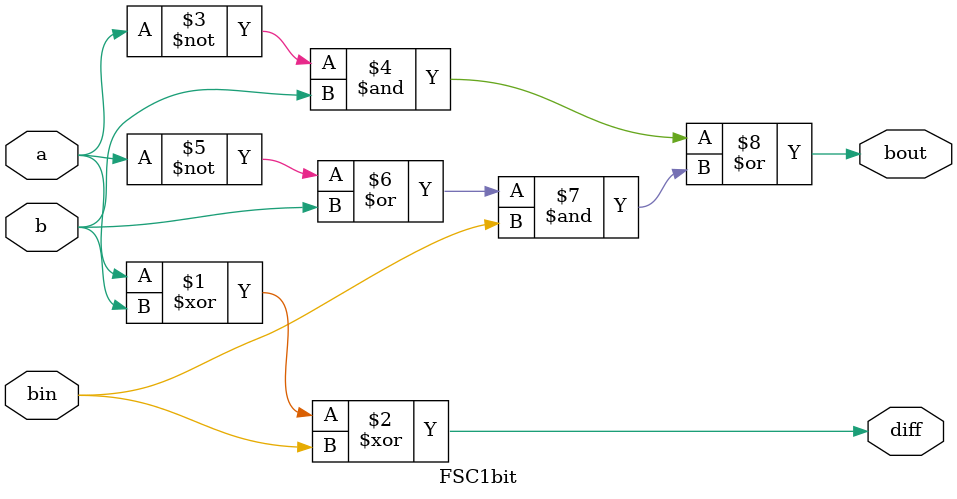
<source format=v>
module FSC1bit(a, b, bin, diff, bout);
    input a, b, bin;   
    output diff, bout;     

    assign diff = a ^ b ^ bin;
    assign bout = (~a & b) | ((~a | b) & bin);
endmodule

</source>
